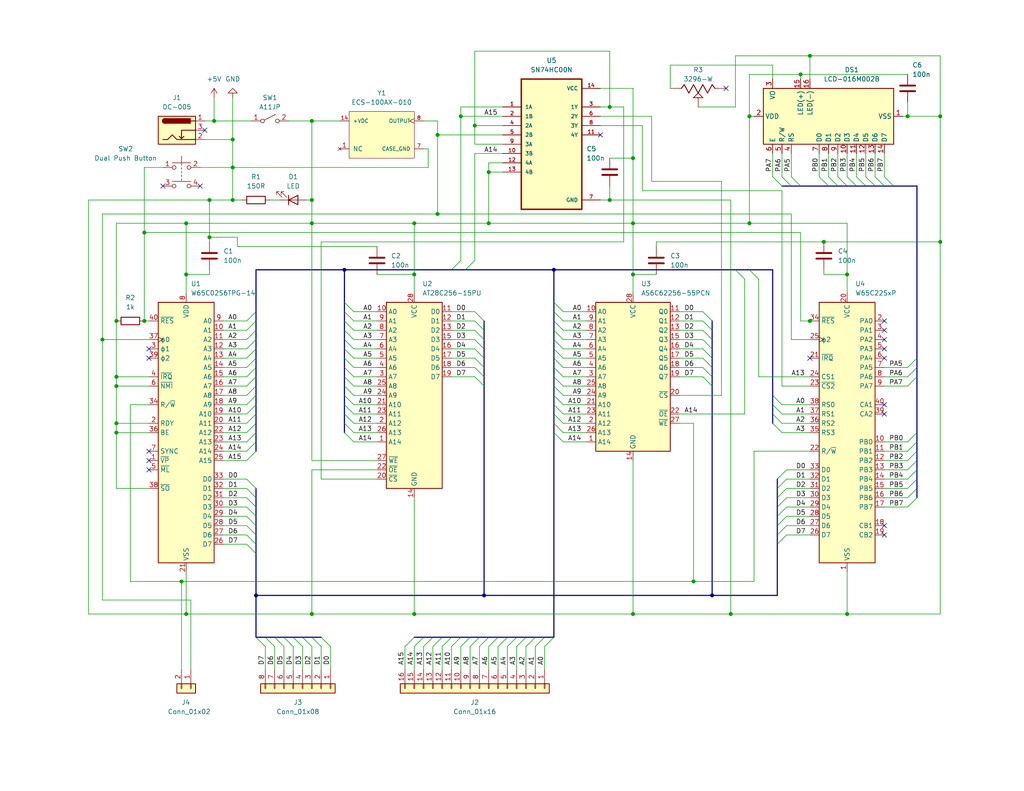
<source format=kicad_sch>
(kicad_sch (version 20230121) (generator eeschema)
  (paper "USLetter")
  (title_block (title "6502 Generic Purpose Computer") (date "2023-10-20") (rev "1.0"))
  (junction (at 172.72 60.96))
  (junction (at 63.5 38.1))
  (junction (at 27.94 92.71))
  (junction (at 133.35 60.96))
  (junction (at 172.72 74.93))
  (junction (at 58.42 33.02))
  (junction (at 31.75 105.41))
  (junction (at 85.09 60.96))
  (junction (at 31.75 118.11))
  (junction (at 151.13 73.66))
  (junction (at 31.75 115.57))
  (junction (at 129.54 34.29))
  (junction (at 194.31 162.56))
  (junction (at 189.23 158.75))
  (junction (at 125.73 31.75))
  (junction (at 172.72 43.18))
  (junction (at 113.03 74.93))
  (junction (at 85.09 167.64))
  (junction (at 50.8 167.64))
  (junction (at 113.03 167.64))
  (junction (at 63.5 45.72))
  (junction (at 31.75 87.63))
  (junction (at 39.37 87.63))
  (junction (at 49.53 158.75))
  (junction (at 218.44 20.32))
  (junction (at 220.98 15.24))
  (junction (at 247.65 31.75))
  (junction (at 31.75 102.87))
  (junction (at 256.54 66.04))
  (junction (at 256.54 31.75))
  (junction (at 204.47 31.75))
  (junction (at 113.03 60.96))
  (junction (at 231.14 167.64))
  (junction (at 166.37 29.21))
  (junction (at 39.37 63.5))
  (junction (at 69.85 162.56))
  (junction (at 172.72 167.64))
  (junction (at 166.37 54.61))
  (junction (at 57.15 64.77))
  (junction (at 220.98 87.63))
  (junction (at 133.35 46.99))
  (junction (at 204.47 60.96))
  (junction (at 85.09 33.02))
  (junction (at 132.08 162.56))
  (junction (at 199.39 167.64))
  (junction (at 93.98 73.66))
  (junction (at 231.14 74.93))
  (junction (at 50.8 60.96))
  (junction (at 57.15 54.61))
  (junction (at 63.5 54.61))
  (junction (at 224.79 66.04))
  (junction (at 50.8 74.93))
  (junction (at 119.38 58.42))
  (junction (at 119.38 36.83))
  (junction (at 85.09 54.61))
  (no_connect (at 241.3 110.49))
  (no_connect (at 241.3 143.51))
  (no_connect (at 163.83 36.83))
  (no_connect (at 241.3 95.25))
  (no_connect (at 241.3 97.79))
  (no_connect (at 40.64 95.25))
  (no_connect (at 40.64 123.19))
  (no_connect (at 44.45 50.8))
  (no_connect (at 54.61 50.8))
  (no_connect (at 241.3 87.63))
  (no_connect (at 40.64 125.73))
  (no_connect (at 40.64 128.27))
  (no_connect (at 241.3 90.17))
  (no_connect (at 198.12 24.13))
  (no_connect (at 40.64 97.79))
  (no_connect (at 55.88 35.56))
  (no_connect (at 241.3 146.05))
  (no_connect (at 241.3 92.71))
  (no_connect (at 241.3 113.03))
  (no_connect (at 220.98 97.79))
  (bus_entry (at 236.22 48.26) (size 2.54 2.54))
  (bus_entry (at 213.36 48.26) (size 2.54 2.54))
  (bus_entry (at 85.09 173.99) (size 2.54 2.54))
  (bus_entry (at 129.54 87.63) (size 2.54 2.54))
  (bus_entry (at 212.09 138.43) (size 2.54 -2.54))
  (bus_entry (at 129.54 102.87) (size 2.54 2.54))
  (bus_entry (at 118.11 176.53) (size 2.54 -2.54))
  (bus_entry (at 67.31 143.51) (size 2.54 2.54))
  (bus_entry (at 210.82 113.03) (size 2.54 2.54))
  (bus_entry (at 151.13 100.33) (size 2.54 2.54))
  (bus_entry (at 125.73 176.53) (size 2.54 -2.54))
  (bus_entry (at 93.98 97.79) (size 2.54 2.54))
  (bus_entry (at 247.65 123.19) (size 2.54 -2.54))
  (bus_entry (at 129.54 100.33) (size 2.54 2.54))
  (bus_entry (at 204.47 73.66) (size 2.54 2.54))
  (bus_entry (at 151.13 90.17) (size 2.54 2.54))
  (bus_entry (at 67.31 92.71) (size 2.54 -2.54))
  (bus_entry (at 210.82 107.95) (size 2.54 2.54))
  (bus_entry (at 210.82 115.57) (size 2.54 2.54))
  (bus_entry (at 69.85 173.99) (size 2.54 2.54))
  (bus_entry (at 123.19 176.53) (size 2.54 -2.54))
  (bus_entry (at 210.82 48.26) (size 2.54 2.54))
  (bus_entry (at 93.98 100.33) (size 2.54 2.54))
  (bus_entry (at 151.13 87.63) (size 2.54 2.54))
  (bus_entry (at 148.59 176.53) (size 2.54 -2.54))
  (bus_entry (at 82.55 173.99) (size 2.54 2.54))
  (bus_entry (at 77.47 173.99) (size 2.54 2.54))
  (bus_entry (at 151.13 97.79) (size 2.54 2.54))
  (bus_entry (at 128.27 176.53) (size 2.54 -2.54))
  (bus_entry (at 233.68 48.26) (size 2.54 2.54))
  (bus_entry (at 247.65 135.89) (size 2.54 -2.54))
  (bus_entry (at 67.31 123.19) (size 2.54 -2.54))
  (bus_entry (at 129.54 85.09) (size 2.54 2.54))
  (bus_entry (at 67.31 113.03) (size 2.54 -2.54))
  (bus_entry (at 151.13 105.41) (size 2.54 2.54))
  (bus_entry (at 135.89 176.53) (size 2.54 -2.54))
  (bus_entry (at 212.09 146.05) (size 2.54 -2.54))
  (bus_entry (at 115.57 176.53) (size 2.54 -2.54))
  (bus_entry (at 67.31 115.57) (size 2.54 -2.54))
  (bus_entry (at 212.09 133.35) (size 2.54 -2.54))
  (bus_entry (at 129.54 90.17) (size 2.54 2.54))
  (bus_entry (at 130.81 176.53) (size 2.54 -2.54))
  (bus_entry (at 133.35 176.53) (size 2.54 -2.54))
  (bus_entry (at 212.09 140.97) (size 2.54 -2.54))
  (bus_entry (at 67.31 110.49) (size 2.54 -2.54))
  (bus_entry (at 87.63 173.99) (size 2.54 2.54))
  (bus_entry (at 120.65 176.53) (size 2.54 -2.54))
  (bus_entry (at 151.13 85.09) (size 2.54 2.54))
  (bus_entry (at 241.3 48.26) (size 2.54 2.54))
  (bus_entry (at 151.13 107.95) (size 2.54 2.54))
  (bus_entry (at 67.31 97.79) (size 2.54 -2.54))
  (bus_entry (at 247.65 133.35) (size 2.54 -2.54))
  (bus_entry (at 67.31 148.59) (size 2.54 2.54))
  (bus_entry (at 93.98 115.57) (size 2.54 2.54))
  (bus_entry (at 93.98 105.41) (size 2.54 2.54))
  (bus_entry (at 127 73.66) (size 2.54 -2.54))
  (bus_entry (at 67.31 130.81) (size 2.54 2.54))
  (bus_entry (at 191.77 102.87) (size 2.54 2.54))
  (bus_entry (at 67.31 140.97) (size 2.54 2.54))
  (bus_entry (at 93.98 113.03) (size 2.54 2.54))
  (bus_entry (at 74.93 173.99) (size 2.54 2.54))
  (bus_entry (at 247.65 100.33) (size 2.54 -2.54))
  (bus_entry (at 247.65 120.65) (size 2.54 -2.54))
  (bus_entry (at 151.13 113.03) (size 2.54 2.54))
  (bus_entry (at 151.13 115.57) (size 2.54 2.54))
  (bus_entry (at 67.31 90.17) (size 2.54 -2.54))
  (bus_entry (at 93.98 90.17) (size 2.54 2.54))
  (bus_entry (at 129.54 95.25) (size 2.54 2.54))
  (bus_entry (at 191.77 97.79) (size 2.54 2.54))
  (bus_entry (at 67.31 87.63) (size 2.54 -2.54))
  (bus_entry (at 247.65 105.41) (size 2.54 -2.54))
  (bus_entry (at 191.77 95.25) (size 2.54 2.54))
  (bus_entry (at 67.31 107.95) (size 2.54 -2.54))
  (bus_entry (at 247.65 138.43) (size 2.54 -2.54))
  (bus_entry (at 238.76 48.26) (size 2.54 2.54))
  (bus_entry (at 67.31 133.35) (size 2.54 2.54))
  (bus_entry (at 200.66 73.66) (size 2.54 2.54))
  (bus_entry (at 93.98 107.95) (size 2.54 2.54))
  (bus_entry (at 67.31 135.89) (size 2.54 2.54))
  (bus_entry (at 93.98 82.55) (size 2.54 2.54))
  (bus_entry (at 67.31 118.11) (size 2.54 -2.54))
  (bus_entry (at 67.31 105.41) (size 2.54 -2.54))
  (bus_entry (at 67.31 120.65) (size 2.54 -2.54))
  (bus_entry (at 67.31 146.05) (size 2.54 2.54))
  (bus_entry (at 93.98 110.49) (size 2.54 2.54))
  (bus_entry (at 140.97 176.53) (size 2.54 -2.54))
  (bus_entry (at 146.05 176.53) (size 2.54 -2.54))
  (bus_entry (at 212.09 135.89) (size 2.54 -2.54))
  (bus_entry (at 138.43 176.53) (size 2.54 -2.54))
  (bus_entry (at 215.9 48.26) (size 2.54 2.54))
  (bus_entry (at 129.54 97.79) (size 2.54 2.54))
  (bus_entry (at 67.31 95.25) (size 2.54 -2.54))
  (bus_entry (at 212.09 143.51) (size 2.54 -2.54))
  (bus_entry (at 93.98 85.09) (size 2.54 2.54))
  (bus_entry (at 247.65 102.87) (size 2.54 -2.54))
  (bus_entry (at 212.09 130.81) (size 2.54 -2.54))
  (bus_entry (at 143.51 176.53) (size 2.54 -2.54))
  (bus_entry (at 67.31 125.73) (size 2.54 -2.54))
  (bus_entry (at 93.98 118.11) (size 2.54 2.54))
  (bus_entry (at 247.65 128.27) (size 2.54 -2.54))
  (bus_entry (at 151.13 118.11) (size 2.54 2.54))
  (bus_entry (at 151.13 82.55) (size 2.54 2.54))
  (bus_entry (at 151.13 92.71) (size 2.54 2.54))
  (bus_entry (at 110.49 176.53) (size 2.54 -2.54))
  (bus_entry (at 67.31 102.87) (size 2.54 -2.54))
  (bus_entry (at 212.09 148.59) (size 2.54 -2.54))
  (bus_entry (at 93.98 92.71) (size 2.54 2.54))
  (bus_entry (at 151.13 110.49) (size 2.54 2.54))
  (bus_entry (at 191.77 92.71) (size 2.54 2.54))
  (bus_entry (at 191.77 100.33) (size 2.54 2.54))
  (bus_entry (at 247.65 130.81) (size 2.54 -2.54))
  (bus_entry (at 93.98 95.25) (size 2.54 2.54))
  (bus_entry (at 191.77 85.09) (size 2.54 2.54))
  (bus_entry (at 191.77 90.17) (size 2.54 2.54))
  (bus_entry (at 226.06 48.26) (size 2.54 2.54))
  (bus_entry (at 72.39 173.99) (size 2.54 2.54))
  (bus_entry (at 151.13 95.25) (size 2.54 2.54))
  (bus_entry (at 93.98 87.63) (size 2.54 2.54))
  (bus_entry (at 80.01 173.99) (size 2.54 2.54))
  (bus_entry (at 113.03 176.53) (size 2.54 -2.54))
  (bus_entry (at 93.98 102.87) (size 2.54 2.54))
  (bus_entry (at 228.6 48.26) (size 2.54 2.54))
  (bus_entry (at 67.31 100.33) (size 2.54 -2.54))
  (bus_entry (at 129.54 92.71) (size 2.54 2.54))
  (bus_entry (at 67.31 138.43) (size 2.54 2.54))
  (bus_entry (at 191.77 87.63) (size 2.54 2.54))
  (bus_entry (at 223.52 48.26) (size 2.54 2.54))
  (bus_entry (at 210.82 110.49) (size 2.54 2.54))
  (bus_entry (at 151.13 102.87) (size 2.54 2.54))
  (bus_entry (at 123.19 73.66) (size 2.54 -2.54))
  (bus_entry (at 247.65 125.73) (size 2.54 -2.54))
  (bus_entry (at 231.14 48.26) (size 2.54 2.54))
  (wire (pts (xy 57.15 74.93) (xy 50.8 74.93)))
  (wire (pts (xy 137.16 41.91) (xy 129.54 41.91)))
  (wire (pts (xy 60.96 125.73) (xy 67.31 125.73)))
  (wire (pts (xy 241.3 100.33) (xy 247.65 100.33)))
  (wire (pts (xy 247.65 31.75) (xy 256.54 31.75)))
  (bus (pts (xy 132.08 97.79) (xy 132.08 100.33)))
  (wire (pts (xy 96.52 92.71) (xy 102.87 92.71)))
  (wire (pts (xy 85.09 176.53) (xy 85.09 182.88)))
  (bus (pts (xy 212.09 130.81) (xy 212.09 133.35)))
  (wire (pts (xy 231.14 74.93) (xy 231.14 60.96)))
  (wire (pts (xy 96.52 105.41) (xy 102.87 105.41)))
  (bus (pts (xy 132.08 92.71) (xy 132.08 95.25)))
  (wire (pts (xy 85.09 54.61) (xy 85.09 60.96)))
  (wire (pts (xy 31.75 118.11) (xy 40.64 118.11)))
  (wire (pts (xy 58.42 33.02) (xy 58.42 26.67)))
  (wire (pts (xy 163.83 54.61) (xy 166.37 54.61)))
  (wire (pts (xy 85.09 167.64) (xy 113.03 167.64)))
  (bus (pts (xy 69.85 143.51) (xy 69.85 146.05)))
  (bus (pts (xy 228.6 50.8) (xy 231.14 50.8)))
  (wire (pts (xy 153.67 113.03) (xy 160.02 113.03)))
  (wire (pts (xy 241.3 130.81) (xy 247.65 130.81)))
  (wire (pts (xy 213.36 118.11) (xy 220.98 118.11)))
  (wire (pts (xy 27.94 163.83) (xy 52.07 163.83)))
  (wire (pts (xy 199.39 54.61) (xy 199.39 167.64)))
  (wire (pts (xy 113.03 135.89) (xy 113.03 167.64)))
  (wire (pts (xy 153.67 90.17) (xy 160.02 90.17)))
  (bus (pts (xy 72.39 173.99) (xy 74.93 173.99)))
  (bus (pts (xy 151.13 90.17) (xy 151.13 92.71)))
  (wire (pts (xy 102.87 128.27) (xy 85.09 128.27)))
  (bus (pts (xy 132.08 102.87) (xy 132.08 105.41)))
  (wire (pts (xy 60.96 102.87) (xy 67.31 102.87)))
  (wire (pts (xy 220.98 87.63) (xy 218.44 87.63)))
  (wire (pts (xy 60.96 146.05) (xy 67.31 146.05)))
  (bus (pts (xy 212.09 148.59) (xy 212.09 162.56)))
  (wire (pts (xy 123.19 102.87) (xy 129.54 102.87)))
  (bus (pts (xy 210.82 115.57) (xy 210.82 113.03)))
  (wire (pts (xy 214.63 130.81) (xy 220.98 130.81)))
  (wire (pts (xy 52.07 163.83) (xy 52.07 182.88)))
  (wire (pts (xy 241.3 41.91) (xy 241.3 48.26)))
  (wire (pts (xy 228.6 41.91) (xy 228.6 48.26)))
  (wire (pts (xy 170.18 29.21) (xy 170.18 66.04)))
  (wire (pts (xy 256.54 15.24) (xy 220.98 15.24)))
  (bus (pts (xy 113.03 173.99) (xy 115.57 173.99)))
  (wire (pts (xy 231.14 74.93) (xy 231.14 80.01)))
  (wire (pts (xy 214.63 133.35) (xy 220.98 133.35)))
  (wire (pts (xy 60.96 87.63) (xy 67.31 87.63)))
  (wire (pts (xy 31.75 60.96) (xy 31.75 87.63)))
  (wire (pts (xy 133.35 46.99) (xy 137.16 46.99)))
  (bus (pts (xy 93.98 115.57) (xy 93.98 113.03)))
  (wire (pts (xy 175.26 34.29) (xy 163.83 34.29)))
  (wire (pts (xy 120.65 176.53) (xy 120.65 182.88)))
  (wire (pts (xy 220.98 105.41) (xy 213.36 105.41)))
  (wire (pts (xy 210.82 17.78) (xy 182.88 17.78)))
  (wire (pts (xy 60.96 113.03) (xy 67.31 113.03)))
  (wire (pts (xy 119.38 36.83) (xy 137.16 36.83)))
  (wire (pts (xy 50.8 74.93) (xy 50.8 80.01)))
  (wire (pts (xy 35.56 158.75) (xy 49.53 158.75)))
  (bus (pts (xy 93.98 87.63) (xy 93.98 85.09)))
  (wire (pts (xy 31.75 115.57) (xy 31.75 105.41)))
  (wire (pts (xy 166.37 54.61) (xy 199.39 54.61)))
  (wire (pts (xy 60.96 100.33) (xy 67.31 100.33)))
  (wire (pts (xy 49.53 158.75) (xy 49.53 182.88)))
  (wire (pts (xy 166.37 29.21) (xy 166.37 13.97)))
  (wire (pts (xy 204.47 31.75) (xy 205.74 31.75)))
  (wire (pts (xy 24.13 167.64) (xy 24.13 54.61)))
  (wire (pts (xy 210.82 21.59) (xy 210.82 17.78)))
  (wire (pts (xy 241.3 135.89) (xy 247.65 135.89)))
  (bus (pts (xy 69.85 105.41) (xy 69.85 107.95)))
  (bus (pts (xy 69.85 148.59) (xy 69.85 151.13)))
  (wire (pts (xy 63.5 45.72) (xy 116.84 45.72)))
  (wire (pts (xy 220.98 15.24) (xy 200.66 15.24)))
  (bus (pts (xy 194.31 95.25) (xy 194.31 97.79)))
  (bus (pts (xy 151.13 87.63) (xy 151.13 90.17)))
  (bus (pts (xy 128.27 173.99) (xy 130.81 173.99)))
  (bus (pts (xy 233.68 50.8) (xy 236.22 50.8)))
  (bus (pts (xy 243.84 50.8) (xy 250.19 50.8)))
  (wire (pts (xy 116.84 40.64) (xy 116.84 45.72)))
  (wire (pts (xy 215.9 41.91) (xy 215.9 48.26)))
  (wire (pts (xy 218.44 21.59) (xy 218.44 20.32)))
  (bus (pts (xy 151.13 113.03) (xy 151.13 115.57)))
  (wire (pts (xy 210.82 41.91) (xy 210.82 48.26)))
  (wire (pts (xy 153.67 92.71) (xy 160.02 92.71)))
  (bus (pts (xy 151.13 82.55) (xy 151.13 85.09)))
  (wire (pts (xy 163.83 29.21) (xy 166.37 29.21)))
  (wire (pts (xy 73.66 54.61) (xy 76.2 54.61)))
  (wire (pts (xy 256.54 66.04) (xy 256.54 167.64)))
  (wire (pts (xy 50.8 60.96) (xy 85.09 60.96)))
  (bus (pts (xy 132.08 100.33) (xy 132.08 102.87)))
  (wire (pts (xy 60.96 107.95) (xy 67.31 107.95)))
  (wire (pts (xy 60.96 140.97) (xy 67.31 140.97)))
  (bus (pts (xy 120.65 173.99) (xy 123.19 173.99)))
  (bus (pts (xy 93.98 110.49) (xy 93.98 107.95)))
  (wire (pts (xy 49.53 158.75) (xy 189.23 158.75)))
  (wire (pts (xy 185.42 95.25) (xy 191.77 95.25)))
  (bus (pts (xy 69.85 85.09) (xy 69.85 87.63)))
  (wire (pts (xy 113.03 167.64) (xy 172.72 167.64)))
  (bus (pts (xy 93.98 95.25) (xy 93.98 92.71)))
  (bus (pts (xy 194.31 87.63) (xy 194.31 90.17)))
  (bus (pts (xy 93.98 107.95) (xy 93.98 105.41)))
  (bus (pts (xy 69.85 151.13) (xy 69.85 162.56)))
  (wire (pts (xy 214.63 143.51) (xy 220.98 143.51)))
  (wire (pts (xy 72.39 176.53) (xy 72.39 182.88)))
  (bus (pts (xy 123.19 73.66) (xy 127 73.66)))
  (wire (pts (xy 179.07 66.04) (xy 179.07 67.31)))
  (wire (pts (xy 129.54 34.29) (xy 129.54 39.37)))
  (wire (pts (xy 58.42 33.02) (xy 68.58 33.02)))
  (wire (pts (xy 27.94 92.71) (xy 27.94 163.83)))
  (wire (pts (xy 143.51 176.53) (xy 143.51 182.88)))
  (wire (pts (xy 189.23 158.75) (xy 189.23 115.57)))
  (wire (pts (xy 63.5 38.1) (xy 63.5 26.67)))
  (wire (pts (xy 125.73 29.21) (xy 125.73 31.75)))
  (wire (pts (xy 224.79 66.04) (xy 179.07 66.04)))
  (wire (pts (xy 204.47 60.96) (xy 231.14 60.96)))
  (wire (pts (xy 137.16 31.75) (xy 125.73 31.75)))
  (wire (pts (xy 82.55 176.53) (xy 82.55 182.88)))
  (bus (pts (xy 69.85 97.79) (xy 69.85 100.33)))
  (wire (pts (xy 246.38 31.75) (xy 247.65 31.75)))
  (bus (pts (xy 69.85 162.56) (xy 69.85 173.99)))
  (wire (pts (xy 123.19 100.33) (xy 129.54 100.33)))
  (bus (pts (xy 250.19 97.79) (xy 250.19 100.33)))
  (wire (pts (xy 205.74 123.19) (xy 205.74 158.75)))
  (wire (pts (xy 140.97 176.53) (xy 140.97 182.88)))
  (bus (pts (xy 69.85 120.65) (xy 69.85 123.19)))
  (bus (pts (xy 69.85 110.49) (xy 69.85 113.03)))
  (wire (pts (xy 185.42 97.79) (xy 191.77 97.79)))
  (wire (pts (xy 87.63 130.81) (xy 102.87 130.81)))
  (wire (pts (xy 113.03 74.93) (xy 113.03 80.01)))
  (wire (pts (xy 115.57 40.64) (xy 116.84 40.64)))
  (bus (pts (xy 69.85 173.99) (xy 72.39 173.99)))
  (bus (pts (xy 151.13 105.41) (xy 151.13 107.95)))
  (wire (pts (xy 96.52 87.63) (xy 102.87 87.63)))
  (bus (pts (xy 231.14 50.8) (xy 233.68 50.8)))
  (wire (pts (xy 60.96 130.81) (xy 67.31 130.81)))
  (wire (pts (xy 241.3 138.43) (xy 247.65 138.43)))
  (wire (pts (xy 57.15 73.66) (xy 57.15 74.93)))
  (wire (pts (xy 166.37 29.21) (xy 170.18 29.21)))
  (wire (pts (xy 60.96 95.25) (xy 67.31 95.25)))
  (wire (pts (xy 172.72 74.93) (xy 172.72 80.01)))
  (bus (pts (xy 250.19 50.8) (xy 250.19 97.79)))
  (wire (pts (xy 125.73 176.53) (xy 125.73 182.88)))
  (wire (pts (xy 241.3 128.27) (xy 247.65 128.27)))
  (wire (pts (xy 115.57 176.53) (xy 115.57 182.88)))
  (wire (pts (xy 146.05 176.53) (xy 146.05 182.88)))
  (wire (pts (xy 213.36 41.91) (xy 213.36 48.26)))
  (wire (pts (xy 172.72 167.64) (xy 172.72 125.73)))
  (bus (pts (xy 250.19 130.81) (xy 250.19 133.35)))
  (bus (pts (xy 93.98 73.66) (xy 123.19 73.66)))
  (wire (pts (xy 205.74 158.75) (xy 189.23 158.75)))
  (wire (pts (xy 185.42 102.87) (xy 191.77 102.87)))
  (bus (pts (xy 135.89 173.99) (xy 138.43 173.99)))
  (wire (pts (xy 85.09 128.27) (xy 85.09 167.64)))
  (bus (pts (xy 218.44 50.8) (xy 226.06 50.8)))
  (bus (pts (xy 130.81 173.99) (xy 133.35 173.99)))
  (wire (pts (xy 31.75 133.35) (xy 31.75 118.11)))
  (wire (pts (xy 166.37 43.18) (xy 172.72 43.18)))
  (bus (pts (xy 69.85 135.89) (xy 69.85 138.43)))
  (wire (pts (xy 87.63 66.04) (xy 87.63 130.81)))
  (bus (pts (xy 250.19 102.87) (xy 250.19 118.11)))
  (wire (pts (xy 153.67 85.09) (xy 160.02 85.09)))
  (bus (pts (xy 69.85 113.03) (xy 69.85 115.57)))
  (wire (pts (xy 113.03 60.96) (xy 133.35 60.96)))
  (bus (pts (xy 250.19 120.65) (xy 250.19 123.19)))
  (bus (pts (xy 212.09 135.89) (xy 212.09 138.43)))
  (wire (pts (xy 200.66 15.24) (xy 200.66 29.21)))
  (wire (pts (xy 119.38 36.83) (xy 119.38 58.42)))
  (bus (pts (xy 69.85 87.63) (xy 69.85 90.17)))
  (wire (pts (xy 31.75 105.41) (xy 31.75 102.87)))
  (bus (pts (xy 118.11 173.99) (xy 120.65 173.99)))
  (wire (pts (xy 85.09 125.73) (xy 85.09 60.96)))
  (wire (pts (xy 129.54 13.97) (xy 129.54 34.29)))
  (bus (pts (xy 151.13 92.71) (xy 151.13 95.25)))
  (wire (pts (xy 238.76 41.91) (xy 238.76 48.26)))
  (wire (pts (xy 119.38 58.42) (xy 215.9 58.42)))
  (bus (pts (xy 250.19 100.33) (xy 250.19 102.87)))
  (wire (pts (xy 220.98 102.87) (xy 207.01 102.87)))
  (bus (pts (xy 151.13 97.79) (xy 151.13 100.33)))
  (bus (pts (xy 241.3 50.8) (xy 243.84 50.8)))
  (bus (pts (xy 132.08 95.25) (xy 132.08 97.79)))
  (wire (pts (xy 60.96 123.19) (xy 67.31 123.19)))
  (wire (pts (xy 96.52 85.09) (xy 102.87 85.09)))
  (wire (pts (xy 40.64 133.35) (xy 31.75 133.35)))
  (wire (pts (xy 31.75 102.87) (xy 40.64 102.87)))
  (wire (pts (xy 166.37 50.8) (xy 166.37 54.61)))
  (wire (pts (xy 118.11 176.53) (xy 118.11 182.88)))
  (wire (pts (xy 27.94 92.71) (xy 40.64 92.71)))
  (wire (pts (xy 133.35 46.99) (xy 133.35 60.96)))
  (wire (pts (xy 85.09 54.61) (xy 83.82 54.61)))
  (bus (pts (xy 69.85 138.43) (xy 69.85 140.97)))
  (bus (pts (xy 93.98 92.71) (xy 93.98 90.17)))
  (wire (pts (xy 224.79 74.93) (xy 224.79 73.66)))
  (bus (pts (xy 69.85 140.97) (xy 69.85 143.51)))
  (bus (pts (xy 250.19 128.27) (xy 250.19 130.81)))
  (bus (pts (xy 69.85 73.66) (xy 93.98 73.66)))
  (wire (pts (xy 213.36 105.41) (xy 213.36 52.07)))
  (wire (pts (xy 87.63 176.53) (xy 87.63 182.88)))
  (wire (pts (xy 54.61 45.72) (xy 63.5 45.72)))
  (wire (pts (xy 185.42 90.17) (xy 191.77 90.17)))
  (bus (pts (xy 123.19 173.99) (xy 125.73 173.99)))
  (wire (pts (xy 172.72 43.18) (xy 172.72 60.96)))
  (wire (pts (xy 102.87 67.31) (xy 64.77 67.31)))
  (bus (pts (xy 69.85 100.33) (xy 69.85 102.87)))
  (bus (pts (xy 69.85 162.56) (xy 132.08 162.56)))
  (bus (pts (xy 194.31 97.79) (xy 194.31 100.33)))
  (wire (pts (xy 60.96 90.17) (xy 67.31 90.17)))
  (wire (pts (xy 129.54 39.37) (xy 137.16 39.37)))
  (wire (pts (xy 153.67 115.57) (xy 160.02 115.57)))
  (wire (pts (xy 185.42 87.63) (xy 191.77 87.63)))
  (wire (pts (xy 214.63 146.05) (xy 220.98 146.05)))
  (bus (pts (xy 69.85 92.71) (xy 69.85 95.25)))
  (bus (pts (xy 132.08 105.41) (xy 132.08 162.56)))
  (bus (pts (xy 212.09 146.05) (xy 212.09 148.59)))
  (bus (pts (xy 93.98 113.03) (xy 93.98 110.49)))
  (bus (pts (xy 212.09 140.97) (xy 212.09 143.51)))
  (wire (pts (xy 133.35 44.45) (xy 133.35 46.99)))
  (wire (pts (xy 90.17 176.53) (xy 90.17 182.88)))
  (wire (pts (xy 74.93 176.53) (xy 74.93 182.88)))
  (bus (pts (xy 151.13 100.33) (xy 151.13 102.87)))
  (wire (pts (xy 31.75 105.41) (xy 40.64 105.41)))
  (wire (pts (xy 60.96 115.57) (xy 67.31 115.57)))
  (wire (pts (xy 185.42 107.95) (xy 196.85 107.95)))
  (wire (pts (xy 172.72 24.13) (xy 172.72 43.18)))
  (bus (pts (xy 250.19 123.19) (xy 250.19 125.73)))
  (wire (pts (xy 39.37 87.63) (xy 39.37 63.5)))
  (wire (pts (xy 218.44 87.63) (xy 218.44 63.5)))
  (bus (pts (xy 151.13 102.87) (xy 151.13 105.41)))
  (wire (pts (xy 123.19 176.53) (xy 123.19 182.88)))
  (bus (pts (xy 74.93 173.99) (xy 77.47 173.99)))
  (wire (pts (xy 205.74 123.19) (xy 220.98 123.19)))
  (wire (pts (xy 96.52 113.03) (xy 102.87 113.03)))
  (wire (pts (xy 60.96 105.41) (xy 67.31 105.41)))
  (wire (pts (xy 153.67 102.87) (xy 160.02 102.87)))
  (wire (pts (xy 213.36 115.57) (xy 220.98 115.57)))
  (wire (pts (xy 87.63 66.04) (xy 170.18 66.04)))
  (wire (pts (xy 39.37 87.63) (xy 40.64 87.63)))
  (bus (pts (xy 194.31 102.87) (xy 194.31 105.41)))
  (wire (pts (xy 177.8 31.75) (xy 177.8 49.53)))
  (bus (pts (xy 194.31 92.71) (xy 194.31 95.25)))
  (bus (pts (xy 93.98 85.09) (xy 93.98 82.55)))
  (wire (pts (xy 153.67 95.25) (xy 160.02 95.25)))
  (bus (pts (xy 200.66 73.66) (xy 204.47 73.66)))
  (bus (pts (xy 210.82 113.03) (xy 210.82 110.49)))
  (wire (pts (xy 218.44 63.5) (xy 39.37 63.5)))
  (wire (pts (xy 130.81 176.53) (xy 130.81 182.88)))
  (wire (pts (xy 129.54 34.29) (xy 137.16 34.29)))
  (wire (pts (xy 166.37 13.97) (xy 129.54 13.97)))
  (wire (pts (xy 60.96 148.59) (xy 67.31 148.59)))
  (bus (pts (xy 133.35 173.99) (xy 135.89 173.99)))
  (wire (pts (xy 85.09 33.02) (xy 85.09 54.61)))
  (wire (pts (xy 153.67 105.41) (xy 160.02 105.41)))
  (wire (pts (xy 110.49 176.53) (xy 110.49 182.88)))
  (wire (pts (xy 179.07 74.93) (xy 172.72 74.93)))
  (wire (pts (xy 58.42 33.02) (xy 55.88 33.02)))
  (bus (pts (xy 143.51 173.99) (xy 146.05 173.99)))
  (bus (pts (xy 69.85 115.57) (xy 69.85 118.11)))
  (wire (pts (xy 153.67 110.49) (xy 160.02 110.49)))
  (wire (pts (xy 137.16 44.45) (xy 133.35 44.45)))
  (wire (pts (xy 133.35 60.96) (xy 172.72 60.96)))
  (wire (pts (xy 60.96 118.11) (xy 67.31 118.11)))
  (wire (pts (xy 148.59 176.53) (xy 148.59 182.88)))
  (wire (pts (xy 60.96 143.51) (xy 67.31 143.51)))
  (wire (pts (xy 204.47 20.32) (xy 204.47 31.75)))
  (wire (pts (xy 96.52 100.33) (xy 102.87 100.33)))
  (wire (pts (xy 24.13 167.64) (xy 50.8 167.64)))
  (wire (pts (xy 207.01 76.2) (xy 207.01 102.87)))
  (bus (pts (xy 151.13 85.09) (xy 151.13 87.63)))
  (wire (pts (xy 220.98 15.24) (xy 220.98 21.59)))
  (bus (pts (xy 93.98 100.33) (xy 93.98 97.79)))
  (wire (pts (xy 24.13 54.61) (xy 57.15 54.61)))
  (bus (pts (xy 212.09 133.35) (xy 212.09 135.89)))
  (wire (pts (xy 204.47 31.75) (xy 204.47 60.96)))
  (wire (pts (xy 96.52 120.65) (xy 102.87 120.65)))
  (wire (pts (xy 35.56 110.49) (xy 35.56 158.75)))
  (bus (pts (xy 82.55 173.99) (xy 85.09 173.99)))
  (wire (pts (xy 129.54 41.91) (xy 129.54 71.12)))
  (wire (pts (xy 123.19 90.17) (xy 129.54 90.17)))
  (wire (pts (xy 256.54 31.75) (xy 256.54 15.24)))
  (bus (pts (xy 238.76 50.8) (xy 241.3 50.8)))
  (wire (pts (xy 102.87 125.73) (xy 85.09 125.73)))
  (wire (pts (xy 96.52 102.87) (xy 102.87 102.87)))
  (bus (pts (xy 212.09 143.51) (xy 212.09 146.05)))
  (wire (pts (xy 96.52 115.57) (xy 102.87 115.57)))
  (bus (pts (xy 194.31 162.56) (xy 132.08 162.56)))
  (wire (pts (xy 172.72 60.96) (xy 172.72 74.93)))
  (bus (pts (xy 212.09 138.43) (xy 212.09 140.97)))
  (wire (pts (xy 64.77 64.77) (xy 57.15 64.77)))
  (wire (pts (xy 31.75 60.96) (xy 50.8 60.96)))
  (wire (pts (xy 50.8 167.64) (xy 85.09 167.64)))
  (bus (pts (xy 146.05 173.99) (xy 148.59 173.99)))
  (bus (pts (xy 151.13 115.57) (xy 151.13 118.11)))
  (wire (pts (xy 153.67 97.79) (xy 160.02 97.79)))
  (wire (pts (xy 153.67 118.11) (xy 160.02 118.11)))
  (wire (pts (xy 64.77 67.31) (xy 64.77 64.77)))
  (wire (pts (xy 256.54 31.75) (xy 256.54 66.04)))
  (wire (pts (xy 213.36 110.49) (xy 220.98 110.49)))
  (wire (pts (xy 113.03 176.53) (xy 113.03 182.88)))
  (wire (pts (xy 96.52 118.11) (xy 102.87 118.11)))
  (wire (pts (xy 153.67 100.33) (xy 160.02 100.33)))
  (wire (pts (xy 55.88 38.1) (xy 63.5 38.1)))
  (wire (pts (xy 236.22 41.91) (xy 236.22 48.26)))
  (wire (pts (xy 177.8 31.75) (xy 163.83 31.75)))
  (bus (pts (xy 80.01 173.99) (xy 82.55 173.99)))
  (wire (pts (xy 185.42 113.03) (xy 203.2 113.03)))
  (bus (pts (xy 69.85 73.66) (xy 69.85 85.09)))
  (wire (pts (xy 123.19 95.25) (xy 129.54 95.25)))
  (bus (pts (xy 69.85 95.25) (xy 69.85 97.79)))
  (wire (pts (xy 241.3 105.41) (xy 247.65 105.41)))
  (wire (pts (xy 50.8 60.96) (xy 50.8 74.93)))
  (wire (pts (xy 256.54 167.64) (xy 231.14 167.64)))
  (wire (pts (xy 123.19 87.63) (xy 129.54 87.63)))
  (wire (pts (xy 233.68 41.91) (xy 233.68 48.26)))
  (wire (pts (xy 153.67 87.63) (xy 160.02 87.63)))
  (bus (pts (xy 93.98 90.17) (xy 93.98 87.63)))
  (wire (pts (xy 77.47 176.53) (xy 77.47 182.88)))
  (bus (pts (xy 250.19 125.73) (xy 250.19 128.27)))
  (bus (pts (xy 151.13 107.95) (xy 151.13 110.49)))
  (wire (pts (xy 185.42 85.09) (xy 191.77 85.09)))
  (wire (pts (xy 119.38 33.02) (xy 119.38 36.83)))
  (wire (pts (xy 199.39 167.64) (xy 172.72 167.64)))
  (wire (pts (xy 60.96 135.89) (xy 67.31 135.89)))
  (wire (pts (xy 60.96 120.65) (xy 67.31 120.65)))
  (bus (pts (xy 69.85 90.17) (xy 69.85 92.71)))
  (wire (pts (xy 182.88 17.78) (xy 182.88 24.13)))
  (wire (pts (xy 63.5 54.61) (xy 66.04 54.61)))
  (wire (pts (xy 241.3 120.65) (xy 247.65 120.65)))
  (wire (pts (xy 39.37 63.5) (xy 39.37 45.72)))
  (bus (pts (xy 148.59 173.99) (xy 151.13 173.99)))
  (wire (pts (xy 57.15 64.77) (xy 57.15 66.04)))
  (wire (pts (xy 96.52 110.49) (xy 102.87 110.49)))
  (wire (pts (xy 113.03 60.96) (xy 113.03 74.93)))
  (wire (pts (xy 135.89 176.53) (xy 135.89 182.88)))
  (wire (pts (xy 153.67 107.95) (xy 160.02 107.95)))
  (wire (pts (xy 199.39 167.64) (xy 231.14 167.64)))
  (wire (pts (xy 39.37 45.72) (xy 44.45 45.72)))
  (bus (pts (xy 250.19 133.35) (xy 250.19 135.89)))
  (wire (pts (xy 31.75 102.87) (xy 31.75 87.63)))
  (wire (pts (xy 125.73 29.21) (xy 137.16 29.21)))
  (bus (pts (xy 93.98 73.66) (xy 93.98 82.55)))
  (wire (pts (xy 231.14 156.21) (xy 231.14 167.64)))
  (bus (pts (xy 93.98 105.41) (xy 93.98 102.87)))
  (wire (pts (xy 247.65 27.94) (xy 247.65 31.75)))
  (wire (pts (xy 128.27 176.53) (xy 128.27 182.88)))
  (wire (pts (xy 27.94 58.42) (xy 27.94 92.71)))
  (bus (pts (xy 127 73.66) (xy 151.13 73.66)))
  (wire (pts (xy 57.15 54.61) (xy 57.15 64.77)))
  (wire (pts (xy 123.19 92.71) (xy 129.54 92.71)))
  (wire (pts (xy 213.36 52.07) (xy 175.26 52.07)))
  (bus (pts (xy 93.98 102.87) (xy 93.98 100.33)))
  (wire (pts (xy 241.3 123.19) (xy 247.65 123.19)))
  (bus (pts (xy 132.08 87.63) (xy 132.08 90.17)))
  (bus (pts (xy 210.82 107.95) (xy 210.82 73.66)))
  (bus (pts (xy 93.98 97.79) (xy 93.98 95.25)))
  (wire (pts (xy 85.09 60.96) (xy 113.03 60.96)))
  (bus (pts (xy 69.85 102.87) (xy 69.85 105.41)))
  (wire (pts (xy 96.52 95.25) (xy 102.87 95.25)))
  (wire (pts (xy 218.44 20.32) (xy 247.65 20.32)))
  (wire (pts (xy 185.42 100.33) (xy 191.77 100.33)))
  (bus (pts (xy 213.36 50.8) (xy 215.9 50.8)))
  (wire (pts (xy 102.87 74.93) (xy 113.03 74.93)))
  (bus (pts (xy 194.31 105.41) (xy 194.31 162.56)))
  (wire (pts (xy 31.75 115.57) (xy 40.64 115.57)))
  (bus (pts (xy 210.82 110.49) (xy 210.82 107.95)))
  (bus (pts (xy 204.47 73.66) (xy 210.82 73.66)))
  (wire (pts (xy 78.74 33.02) (xy 85.09 33.02)))
  (bus (pts (xy 93.98 118.11) (xy 93.98 115.57)))
  (bus (pts (xy 138.43 173.99) (xy 140.97 173.99)))
  (wire (pts (xy 172.72 60.96) (xy 204.47 60.96)))
  (bus (pts (xy 69.85 146.05) (xy 69.85 148.59)))
  (wire (pts (xy 224.79 74.93) (xy 231.14 74.93)))
  (bus (pts (xy 194.31 100.33) (xy 194.31 102.87)))
  (bus (pts (xy 151.13 73.66) (xy 151.13 82.55)))
  (bus (pts (xy 69.85 133.35) (xy 69.85 135.89)))
  (bus (pts (xy 151.13 73.66) (xy 200.66 73.66)))
  (wire (pts (xy 119.38 58.42) (xy 27.94 58.42)))
  (wire (pts (xy 222.25 87.63) (xy 220.98 87.63)))
  (wire (pts (xy 241.3 102.87) (xy 247.65 102.87)))
  (wire (pts (xy 96.52 90.17) (xy 102.87 90.17)))
  (wire (pts (xy 133.35 176.53) (xy 133.35 182.88)))
  (bus (pts (xy 151.13 110.49) (xy 151.13 113.03)))
  (wire (pts (xy 60.96 138.43) (xy 67.31 138.43)))
  (wire (pts (xy 153.67 120.65) (xy 160.02 120.65)))
  (wire (pts (xy 63.5 45.72) (xy 63.5 54.61)))
  (bus (pts (xy 151.13 95.25) (xy 151.13 97.79)))
  (bus (pts (xy 132.08 90.17) (xy 132.08 92.71)))
  (wire (pts (xy 60.96 92.71) (xy 67.31 92.71)))
  (wire (pts (xy 226.06 41.91) (xy 226.06 48.26)))
  (wire (pts (xy 189.23 115.57) (xy 185.42 115.57)))
  (wire (pts (xy 214.63 135.89) (xy 220.98 135.89)))
  (bus (pts (xy 140.97 173.99) (xy 143.51 173.99)))
  (wire (pts (xy 31.75 118.11) (xy 31.75 115.57)))
  (bus (pts (xy 151.13 118.11) (xy 151.13 173.99)))
  (wire (pts (xy 85.09 33.02) (xy 92.71 33.02)))
  (wire (pts (xy 214.63 128.27) (xy 220.98 128.27)))
  (bus (pts (xy 212.09 162.56) (xy 194.31 162.56)))
  (wire (pts (xy 80.01 176.53) (xy 80.01 182.88)))
  (wire (pts (xy 177.8 49.53) (xy 196.85 49.53)))
  (wire (pts (xy 125.73 31.75) (xy 125.73 71.12)))
  (wire (pts (xy 96.52 97.79) (xy 102.87 97.79)))
  (wire (pts (xy 231.14 41.91) (xy 231.14 48.26)))
  (wire (pts (xy 213.36 113.03) (xy 220.98 113.03)))
  (bus (pts (xy 77.47 173.99) (xy 80.01 173.99)))
  (wire (pts (xy 96.52 107.95) (xy 102.87 107.95)))
  (wire (pts (xy 203.2 76.2) (xy 203.2 113.03)))
  (wire (pts (xy 63.5 38.1) (xy 63.5 45.72)))
  (bus (pts (xy 69.85 118.11) (xy 69.85 120.65)))
  (wire (pts (xy 200.66 29.21) (xy 190.5 29.21)))
  (wire (pts (xy 241.3 133.35) (xy 247.65 133.35)))
  (wire (pts (xy 214.63 138.43) (xy 220.98 138.43)))
  (wire (pts (xy 138.43 176.53) (xy 138.43 182.88)))
  (bus (pts (xy 69.85 107.95) (xy 69.85 110.49)))
  (bus (pts (xy 236.22 50.8) (xy 238.76 50.8)))
  (bus (pts (xy 115.57 173.99) (xy 118.11 173.99)))
  (wire (pts (xy 172.72 24.13) (xy 163.83 24.13)))
  (wire (pts (xy 40.64 110.49) (xy 35.56 110.49)))
  (wire (pts (xy 60.96 97.79) (xy 67.31 97.79)))
  (wire (pts (xy 196.85 107.95) (xy 196.85 49.53)))
  (wire (pts (xy 50.8 156.21) (xy 50.8 167.64)))
  (wire (pts (xy 115.57 33.02) (xy 119.38 33.02)))
  (wire (pts (xy 215.9 58.42) (xy 215.9 92.71)))
  (wire (pts (xy 185.42 92.71) (xy 191.77 92.71)))
  (wire (pts (xy 175.26 34.29) (xy 175.26 52.07)))
  (wire (pts (xy 214.63 140.97) (xy 220.98 140.97)))
  (wire (pts (xy 215.9 92.71) (xy 220.98 92.71)))
  (bus (pts (xy 215.9 50.8) (xy 218.44 50.8)))
  (wire (pts (xy 57.15 54.61) (xy 63.5 54.61)))
  (bus (pts (xy 85.09 173.99) (xy 87.63 173.99)))
  (wire (pts (xy 123.19 97.79) (xy 129.54 97.79)))
  (wire (pts (xy 60.96 110.49) (xy 67.31 110.49)))
  (wire (pts (xy 60.96 133.35) (xy 67.31 133.35)))
  (wire (pts (xy 123.19 85.09) (xy 129.54 85.09)))
  (bus (pts (xy 125.73 173.99) (xy 128.27 173.99)))
  (bus (pts (xy 194.31 90.17) (xy 194.31 92.71)))
  (wire (pts (xy 218.44 20.32) (xy 204.47 20.32)))
  (bus (pts (xy 226.06 50.8) (xy 228.6 50.8)))
  (wire (pts (xy 241.3 125.73) (xy 247.65 125.73)))
  (bus (pts (xy 250.19 118.11) (xy 250.19 120.65)))
  (wire (pts (xy 223.52 41.91) (xy 223.52 48.26)))
  (wire (pts (xy 224.79 66.04) (xy 256.54 66.04)))
  (label "A15" (at 132.08 31.75 0))
  (label "D3" (at 124.46 92.71 0))
  (label "A13" (at 97.79 118.11 0))
  (label "D7" (at 62.23 148.59 0))
  (label "A13" (at 215.9 102.87 0))
  (label "D0" (at 90.17 181.61 90))
  (label "A15" (at 62.23 125.73 0))
  (label "PB0" (at 242.57 120.65 0))
  (label "A0" (at 148.59 181.61 90))
  (label "PB2" (at 228.6 46.99 90))
  (label "D4" (at 186.69 95.25 0))
  (label "A6" (at 133.35 181.61 90))
  (label "A5" (at 99.06 97.79 0))
  (label "A10" (at 154.94 110.49 0))
  (label "A2" (at 99.06 90.17 0))
  (label "D0" (at 124.46 85.09 0))
  (label "A1" (at 62.23 90.17 0))
  (label "A8" (at 156.21 105.41 0))
  (label "D2" (at 62.23 135.89 0))
  (label "A10" (at 97.79 110.49 0))
  (label "D7" (at 217.17 146.05 0))
  (label "A14" (at 97.79 120.65 0))
  (label "A6" (at 62.23 102.87 0))
  (label "A9" (at 99.06 107.95 0))
  (label "A8" (at 99.06 105.41 0))
  (label "A13" (at 115.57 181.61 90))
  (label "D3" (at 82.55 181.61 90))
  (label "A13" (at 154.94 118.11 0))
  (label "D7" (at 186.69 102.87 0))
  (label "A5" (at 62.23 100.33 0))
  (label "PB5" (at 236.22 46.99 90))
  (label "A11" (at 120.65 181.61 90))
  (label "A9" (at 125.73 181.61 90))
  (label "A3" (at 99.06 92.71 0))
  (label "D1" (at 62.23 133.35 0))
  (label "PA6" (at 242.57 102.87 0))
  (label "A14" (at 62.23 123.19 0))
  (label "PB7" (at 241.3 46.99 90))
  (label "A2" (at 156.21 90.17 0))
  (label "A4" (at 156.21 95.25 0))
  (label "PB0" (at 223.52 46.99 90))
  (label "D5" (at 186.69 97.79 0))
  (label "A0" (at 156.21 85.09 0))
  (label "A4" (at 62.23 97.79 0))
  (label "A10" (at 123.19 181.61 90))
  (label "A15" (at 110.49 181.61 90))
  (label "A7" (at 99.06 102.87 0))
  (label "PB3" (at 231.14 46.99 90))
  (label "A5" (at 135.89 181.61 90))
  (label "A10" (at 62.23 113.03 0))
  (label "A0" (at 99.06 85.09 0))
  (label "A1" (at 99.06 87.63 0))
  (label "PA6" (at 213.36 46.99 90))
  (label "D2" (at 124.46 90.17 0))
  (label "A1" (at 156.21 87.63 0))
  (label "D7" (at 72.39 181.61 90))
  (label "D4" (at 62.23 140.97 0))
  (label "PA5" (at 242.57 100.33 0))
  (label "D1" (at 186.69 87.63 0))
  (label "PB1" (at 242.57 123.19 0))
  (label "PA7" (at 210.82 46.99 90))
  (label "PB4" (at 233.68 46.99 90))
  (label "A5" (at 156.21 97.79 0))
  (label "A1" (at 146.05 181.61 90))
  (label "D2" (at 217.17 133.35 0))
  (label "D1" (at 87.63 181.61 90))
  (label "PB2" (at 242.57 125.73 0))
  (label "D2" (at 85.09 181.61 90))
  (label "A2" (at 143.51 181.61 90))
  (label "PB3" (at 242.57 128.27 0))
  (label "D5" (at 124.46 97.79 0))
  (label "A11" (at 97.79 113.03 0))
  (label "A8" (at 62.23 107.95 0))
  (label "A12" (at 118.11 181.61 90))
  (label "D6" (at 217.17 143.51 0))
  (label "A1" (at 217.17 113.03 0))
  (label "PA7" (at 242.57 105.41 0))
  (label "A2" (at 217.17 115.57 0))
  (label "PB7" (at 242.57 138.43 0))
  (label "D0" (at 217.17 128.27 0))
  (label "A3" (at 140.97 181.61 90))
  (label "A2" (at 62.23 92.71 0))
  (label "D1" (at 124.46 87.63 0))
  (label "PB6" (at 242.57 135.89 0))
  (label "A9" (at 62.23 110.49 0))
  (label "D2" (at 186.69 90.17 0))
  (label "D0" (at 186.69 85.09 0))
  (label "A14" (at 186.69 113.03 0))
  (label "D4" (at 217.17 138.43 0))
  (label "D6" (at 62.23 146.05 0))
  (label "D3" (at 217.17 135.89 0))
  (label "A6" (at 156.21 100.33 0))
  (label "D0" (at 62.23 130.81 0))
  (label "A3" (at 156.21 92.71 0))
  (label "D5" (at 77.47 181.61 90))
  (label "A14" (at 154.94 120.65 0))
  (label "A3" (at 217.17 118.11 0))
  (label "A14" (at 113.03 181.61 90))
  (label "A11" (at 154.94 113.03 0))
  (label "A6" (at 99.06 100.33 0))
  (label "A0" (at 62.23 87.63 0))
  (label "A11" (at 62.23 115.57 0))
  (label "D4" (at 80.01 181.61 90))
  (label "A7" (at 156.21 102.87 0))
  (label "D5" (at 62.23 143.51 0))
  (label "A12" (at 62.23 118.11 0))
  (label "D6" (at 186.69 100.33 0))
  (label "A12" (at 97.79 115.57 0))
  (label "A14" (at 132.08 41.91 0))
  (label "A4" (at 99.06 95.25 0))
  (label "A7" (at 62.23 105.41 0))
  (label "A0" (at 217.17 110.49 0))
  (label "PB4" (at 242.57 130.81 0))
  (label "D3" (at 62.23 138.43 0))
  (label "D1" (at 217.17 130.81 0))
  (label "A8" (at 128.27 181.61 90))
  (label "D7" (at 124.46 102.87 0))
  (label "D5" (at 217.17 140.97 0))
  (label "D6" (at 124.46 100.33 0))
  (label "A7" (at 130.81 181.61 90))
  (label "PB5" (at 242.57 133.35 0))
  (label "PB1" (at 226.06 46.99 90))
  (label "A12" (at 154.94 115.57 0))
  (label "D4" (at 124.46 95.25 0))
  (label "D6" (at 74.93 181.61 90))
  (label "A9" (at 156.21 107.95 0))
  (label "A13" (at 62.23 120.65 0))
  (label "PA5" (at 215.9 46.99 90))
  (label "A3" (at 62.23 95.25 0))
  (label "A4" (at 138.43 181.61 90))
  (label "PB6" (at 238.76 46.99 90))
  (label "D3" (at 186.69 92.71 0))
  (symbol (lib_id "Connector_Generic:Conn_01x02") (at 52.07 187.96 270) (unit 1)
    (property "Reference" "J4" (at 49.53 191.77 90) (effects (justify left)))
    (property "Value" "Conn_01x02" (at 45.72 194.31 90) (effects (justify left)))
    (property "Footprint" "Connector_PinSocket_2.54mm:PinSocket_1x02_P2.54mm_Vertical" (effects hide))
  )
  (symbol (lib_id "Device:C") (at 166.37 46.99 0) (unit 1)
    (property "Reference" "C5" (at 160.02 40.64 0) (effects (justify left)))
    (property "Value" "100n" (at 160.02 43.18 0) (effects (justify left)))
    (property "Footprint" "Capacitor_THT:C_Disc_D5.0mm_W2.5mm_P5.00mm" (effects hide))
  )
  (symbol (lib_id "Device:R") (at 69.85 54.61 90) (unit 1)
    (property "Reference" "R1" (at 69.85 48.26 90))
    (property "Value" "150R" (at 69.85 50.8 90))
    (property "Footprint" "Resistor_THT:R_Axial_DIN0207_L6.3mm_D2.5mm_P10.16mm_Horizontal" (effects hide))
  )
  (symbol (lib_id "Device:R") (at 35.56 87.63 90) (unit 1)
    (property "Reference" "R2" (at 35.56 81.28 90))
    (property "Value" "1k" (at 35.56 83.82 90))
    (property "Footprint" "Resistor_THT:R_Axial_DIN0207_L6.3mm_D2.5mm_P10.16mm_Horizontal" (effects hide))
  )
  (symbol (lib_id "Switch:SW_Push_Dual") (at 49.53 45.72 0) (unit 1)
    (property "Reference" "SW2" (at 34.29 40.64 0))
    (property "Value" "Dual Push Button" (at 34.29 43.18 0))
    (property "Footprint" "My footprints:SW_PUSH_double_6mm" (effects hide))
  )
  (symbol (lib_id "power:GND") (at 63.5 26.67 0) (mirror x) (unit 1)
    (property "Reference" "#PWR02" (effects hide))
    (property "Value" "GND" (at 63.5 21.59 0))
  )
  (symbol (lib_id "Display_Character:WC1602A") (at 226.06 31.75 90) (unit 1)
    (property "Reference" "DS1" (at 232.41 19.05 90))
    (property "Value" "LCD-016M002B" (at 232.41 21.59 90))
    (property "Footprint" "Display:WC1602A" (effects hide))
    (property "Datasheet" "http://www.wincomlcd.com/pdf/WC1602A-SFYLYHTC06.pdf" (effects hide))
  )
  (symbol (lib_id "Memory_EEPROM:28C256") (at 113.03 107.95 0) (unit 1)
    (property "Reference" "U2" (at 115.2241 77.47 0) (effects (justify left)))
    (property "Value" "AT28C256-15PU" (at 115.2241 80.01 0) (effects (justify left)))
    (property "Footprint" "Package_DIP:DIP-28_W15.24mm" (effects hide))
    (property "Datasheet" "http://ww1.microchip.com/downloads/en/DeviceDoc/doc0006.pdf" (effects hide))
  )
  (symbol (lib_id "PCM_65xx-library:W65C22SxP") (at 231.14 118.11 0) (unit 1)
    (property "Reference" "U4" (at 233.3341 77.47 0) (effects (justify left)))
    (property "Value" "W65C22SxP" (at 233.3341 80.01 0) (effects (justify left)))
    (property "Footprint" "Package_DIP:DIP-40_W15.24mm" (effects hide))
    (property "Datasheet" "http://www.westerndesigncenter.com/wdc/documentation/w65c22.pdf" (effects hide))
  )
  (symbol (lib_id "Memory_RAM:KM62256CLP") (at 172.72 102.87 0) (unit 1)
    (property "Reference" "U3" (at 174.9141 77.47 0) (effects (justify left)))
    (property "Value" "AS6C62256-55PCN" (at 174.9141 80.01 0) (effects (justify left)))
    (property "Footprint" "Package_DIP:DIP-28_W15.24mm" (effects hide))
    (property "Datasheet" "https://www.futurlec.com/Datasheet/Memory/62256.pdf" (effects hide))
  )
  (symbol (lib_id "power:+5V") (at 58.42 26.67 0) (unit 1)
    (property "Reference" "#PWR01" (effects hide))
    (property "Value" "+5V" (at 58.42 21.59 0))
  )
  (symbol (lib_id "ECS-100AX-010:ECS-100AX-010") (at 104.14 35.56 0) (unit 1)
    (property "Reference" "Y1" (at 104.14 25.4 0))
    (property "Value" "ECS-100AX-010" (at 104.14 27.94 0))
    (property "Footprint" "SnapEDA Library:OSC_ECS-100AX-010" (effects hide))
    (property "STANDARD" "MANUFACTURER RECOMMENDATIONS" (effects hide))
    (property "MANUFACTURER" "ECS Inc." (effects hide))
  )
  (symbol (lib_id "Device:C") (at 179.07 71.12 0) (unit 1)
    (property "Reference" "C3" (at 182.88 69.85 0) (effects (justify left)))
    (property "Value" "100n" (at 182.88 72.39 0) (effects (justify left)))
    (property "Footprint" "Capacitor_THT:C_Disc_D5.0mm_W2.5mm_P5.00mm" (effects hide))
  )
  (symbol (lib_id "Device:C") (at 224.79 69.85 0) (unit 1)
    (property "Reference" "C4" (at 228.6 68.58 0) (effects (justify left)))
    (property "Value" "100n" (at 228.6 71.12 0) (effects (justify left)))
    (property "Footprint" "Capacitor_THT:C_Disc_D5.0mm_W2.5mm_P5.00mm" (effects hide))
  )
  (symbol (lib_id "My symbols:DC-005") (at 48.26 35.56 0) (unit 1)
    (property "Reference" "J1" (at 48.26 26.67 0))
    (property "Value" "DC-005" (at 48.26 29.21 0))
    (property "Footprint" "My footprints:DC-005" (effects hide))
  )
  (symbol (lib_id "My symbols:NKK - A11JP") (at 73.66 33.02 0) (unit 1)
    (property "Reference" "SW1" (at 73.66 26.67 0))
    (property "Value" "A11JP" (at 73.66 29.21 0))
    (property "Footprint" "My footprints:A11JP" (effects hide))
  )
  (symbol (lib_id "Connector_Generic:Conn_01x16") (at 130.81 187.96 270) (unit 1)
    (property "Reference" "J2" (at 129.54 191.77 90))
    (property "Value" "Conn_01x16" (at 129.54 194.31 90))
    (property "Footprint" "Connector_PinSocket_2.54mm:PinSocket_1x16_P2.54mm_Vertical" (effects hide))
  )
  (symbol (lib_id "Device:C") (at 102.87 71.12 0) (unit 1)
    (property "Reference" "C2" (at 106.68 69.85 0) (effects (justify left)))
    (property "Value" "100n" (at 106.68 72.39 0) (effects (justify left)))
    (property "Footprint" "Capacitor_THT:C_Disc_D5.0mm_W2.5mm_P5.00mm" (effects hide))
  )
  (symbol (lib_id "3296-W:3296-W") (at 190.5 24.13 0) (unit 1)
    (property "Reference" "R3" (at 190.5 19.05 0))
    (property "Value" "3296-W" (at 190.5 21.59 0))
    (property "Footprint" "SnapEDA Library:TRIM_3296-W" (effects hide))
    (property "PARTREV" "08/19" (effects hide))
    (property "STANDARD" "IPC-7351B" (effects hide))
    (property "MAXIMUM_PACKAGE_HEIGHT" "11.55mm" (effects hide))
    (property "MANUFACTURER" "Bourns" (effects hide))
  )
  (symbol (lib_id "Device:C") (at 247.65 24.13 0) (unit 1)
    (property "Reference" "C6" (at 248.92 17.78 0) (effects (justify left)))
    (property "Value" "100n" (at 248.92 20.32 0) (effects (justify left)))
    (property "Footprint" "Capacitor_THT:C_Disc_D5.0mm_W2.5mm_P5.00mm" (effects hide))
  )
  (symbol (lib_id "PCM_65xx-library:W65C02SxP") (at 50.8 118.11 0) (unit 1)
    (property "Reference" "U1" (at 52.07 77.47 0) (effects (justify left)))
    (property "Value" "W65C02S6TPG-14" (at 52.07 80.01 0) (effects (justify left)))
    (property "Footprint" "Package_DIP:DIP-40_W15.24mm" (effects hide))
    (property "Datasheet" "http://www.westerndesigncenter.com/wdc/documentation/w65c02s.pdf" (effects hide))
  )
  (symbol (lib_id "SN74HC00N:SN74HC00N") (at 149.86 39.37 0) (unit 1)
    (property "Reference" "U5" (at 150.495 16.51 0))
    (property "Value" "SN74HC00N" (at 150.495 19.05 0))
    (property "Footprint" "SnapEDA Library:DIP794W45P254L1969H508Q14" (effects hide))
  )
  (symbol (lib_id "Device:LED") (at 80.01 54.61 0) (mirror x) (unit 1)
    (property "Reference" "D1" (at 80.01 48.26 0))
    (property "Value" "LED" (at 80.01 50.8 0))
    (property "Footprint" "LED_THT:LED_D3.0mm" (effects hide))
  )
  (symbol (lib_id "Connector_Generic:Conn_01x08") (at 82.55 187.96 270) (unit 1)
    (property "Reference" "J3" (at 81.28 191.77 90))
    (property "Value" "Conn_01x08" (at 81.28 194.31 90))
    (property "Footprint" "Connector_PinSocket_2.54mm:PinSocket_1x08_P2.54mm_Vertical" (effects hide))
  )
  (symbol (lib_id "Device:C") (at 57.15 69.85 0) (unit 1)
    (property "Reference" "C1" (at 60.96 68.58 0) (effects (justify left)))
    (property "Value" "100n" (at 60.96 71.12 0) (effects (justify left)))
    (property "Footprint" "Capacitor_THT:C_Disc_D5.0mm_W2.5mm_P5.00mm" (effects hide))
  )
)
</source>
